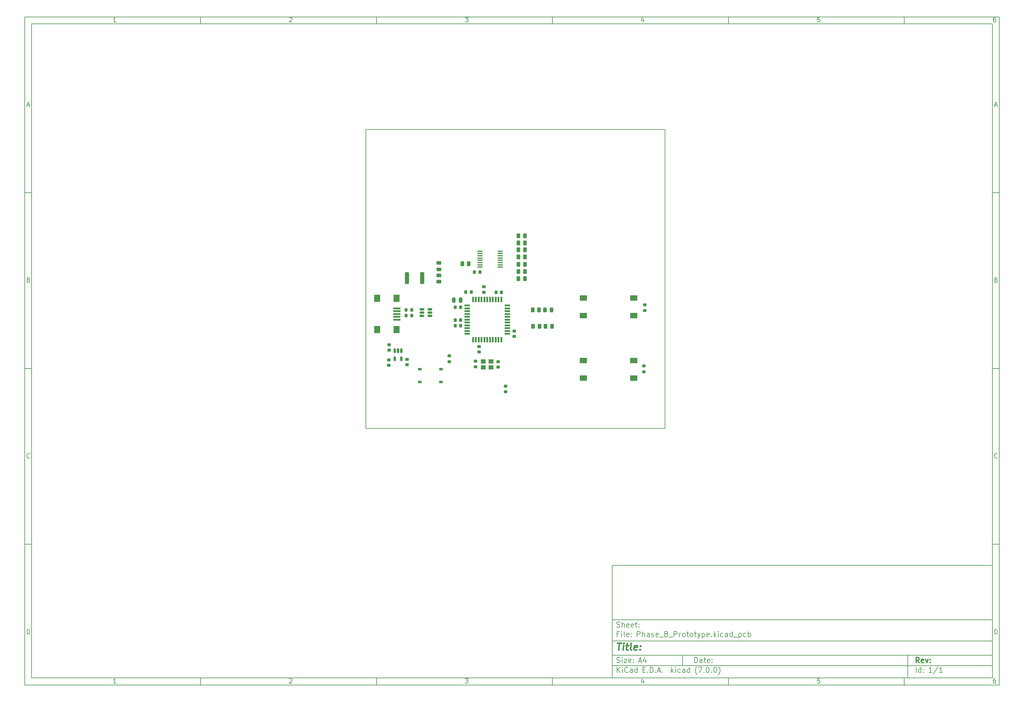
<source format=gbr>
%TF.GenerationSoftware,KiCad,Pcbnew,(7.0.0)*%
%TF.CreationDate,2023-04-24T03:13:21-06:00*%
%TF.ProjectId,Phase_B_Prototype,50686173-655f-4425-9f50-726f746f7479,rev?*%
%TF.SameCoordinates,Original*%
%TF.FileFunction,Paste,Top*%
%TF.FilePolarity,Positive*%
%FSLAX46Y46*%
G04 Gerber Fmt 4.6, Leading zero omitted, Abs format (unit mm)*
G04 Created by KiCad (PCBNEW (7.0.0)) date 2023-04-24 03:13:21*
%MOMM*%
%LPD*%
G01*
G04 APERTURE LIST*
G04 Aperture macros list*
%AMRoundRect*
0 Rectangle with rounded corners*
0 $1 Rounding radius*
0 $2 $3 $4 $5 $6 $7 $8 $9 X,Y pos of 4 corners*
0 Add a 4 corners polygon primitive as box body*
4,1,4,$2,$3,$4,$5,$6,$7,$8,$9,$2,$3,0*
0 Add four circle primitives for the rounded corners*
1,1,$1+$1,$2,$3*
1,1,$1+$1,$4,$5*
1,1,$1+$1,$6,$7*
1,1,$1+$1,$8,$9*
0 Add four rect primitives between the rounded corners*
20,1,$1+$1,$2,$3,$4,$5,0*
20,1,$1+$1,$4,$5,$6,$7,0*
20,1,$1+$1,$6,$7,$8,$9,0*
20,1,$1+$1,$8,$9,$2,$3,0*%
G04 Aperture macros list end*
%ADD10C,0.100000*%
%ADD11C,0.150000*%
%ADD12C,0.300000*%
%ADD13C,0.400000*%
%ADD14RoundRect,0.243750X-0.456250X0.243750X-0.456250X-0.243750X0.456250X-0.243750X0.456250X0.243750X0*%
%ADD15RoundRect,0.225000X-0.250000X0.225000X-0.250000X-0.225000X0.250000X-0.225000X0.250000X0.225000X0*%
%ADD16RoundRect,0.225000X0.225000X0.250000X-0.225000X0.250000X-0.225000X-0.250000X0.225000X-0.250000X0*%
%ADD17RoundRect,0.200000X-0.275000X0.200000X-0.275000X-0.200000X0.275000X-0.200000X0.275000X0.200000X0*%
%ADD18RoundRect,0.200000X-0.200000X-0.275000X0.200000X-0.275000X0.200000X0.275000X-0.200000X0.275000X0*%
%ADD19R,2.000000X0.500000*%
%ADD20R,1.700000X2.000000*%
%ADD21RoundRect,0.250000X-0.262500X-0.450000X0.262500X-0.450000X0.262500X0.450000X-0.262500X0.450000X0*%
%ADD22RoundRect,0.250000X0.250000X0.475000X-0.250000X0.475000X-0.250000X-0.475000X0.250000X-0.475000X0*%
%ADD23R,1.000000X0.700000*%
%ADD24RoundRect,0.150000X-0.150000X0.512500X-0.150000X-0.512500X0.150000X-0.512500X0.150000X0.512500X0*%
%ADD25R,2.000000X1.500000*%
%ADD26R,1.500000X0.550000*%
%ADD27R,0.550000X1.500000*%
%ADD28RoundRect,0.150000X-0.512500X-0.150000X0.512500X-0.150000X0.512500X0.150000X-0.512500X0.150000X0*%
%ADD29R,1.400000X1.200000*%
%ADD30RoundRect,0.225000X0.250000X-0.225000X0.250000X0.225000X-0.250000X0.225000X-0.250000X-0.225000X0*%
%ADD31RoundRect,0.243750X0.243750X0.456250X-0.243750X0.456250X-0.243750X-0.456250X0.243750X-0.456250X0*%
%ADD32RoundRect,0.250000X-0.312500X-1.450000X0.312500X-1.450000X0.312500X1.450000X-0.312500X1.450000X0*%
%ADD33RoundRect,0.250000X0.262500X0.450000X-0.262500X0.450000X-0.262500X-0.450000X0.262500X-0.450000X0*%
%ADD34RoundRect,0.100000X0.637500X0.100000X-0.637500X0.100000X-0.637500X-0.100000X0.637500X-0.100000X0*%
%ADD35RoundRect,0.250000X0.450000X-0.262500X0.450000X0.262500X-0.450000X0.262500X-0.450000X-0.262500X0*%
%TA.AperFunction,Profile*%
%ADD36C,0.150000*%
%TD*%
G04 APERTURE END LIST*
D10*
D11*
X177002200Y-166007200D02*
X285002200Y-166007200D01*
X285002200Y-198007200D01*
X177002200Y-198007200D01*
X177002200Y-166007200D01*
D10*
D11*
X10000000Y-10000000D02*
X287002200Y-10000000D01*
X287002200Y-200007200D01*
X10000000Y-200007200D01*
X10000000Y-10000000D01*
D10*
D11*
X12000000Y-12000000D02*
X285002200Y-12000000D01*
X285002200Y-198007200D01*
X12000000Y-198007200D01*
X12000000Y-12000000D01*
D10*
D11*
X60000000Y-12000000D02*
X60000000Y-10000000D01*
D10*
D11*
X110000000Y-12000000D02*
X110000000Y-10000000D01*
D10*
D11*
X160000000Y-12000000D02*
X160000000Y-10000000D01*
D10*
D11*
X210000000Y-12000000D02*
X210000000Y-10000000D01*
D10*
D11*
X260000000Y-12000000D02*
X260000000Y-10000000D01*
D10*
D11*
X35990476Y-11477595D02*
X35247619Y-11477595D01*
X35619047Y-11477595D02*
X35619047Y-10177595D01*
X35619047Y-10177595D02*
X35495238Y-10363309D01*
X35495238Y-10363309D02*
X35371428Y-10487119D01*
X35371428Y-10487119D02*
X35247619Y-10549023D01*
D10*
D11*
X85247619Y-10301404D02*
X85309523Y-10239500D01*
X85309523Y-10239500D02*
X85433333Y-10177595D01*
X85433333Y-10177595D02*
X85742857Y-10177595D01*
X85742857Y-10177595D02*
X85866666Y-10239500D01*
X85866666Y-10239500D02*
X85928571Y-10301404D01*
X85928571Y-10301404D02*
X85990476Y-10425214D01*
X85990476Y-10425214D02*
X85990476Y-10549023D01*
X85990476Y-10549023D02*
X85928571Y-10734738D01*
X85928571Y-10734738D02*
X85185714Y-11477595D01*
X85185714Y-11477595D02*
X85990476Y-11477595D01*
D10*
D11*
X135185714Y-10177595D02*
X135990476Y-10177595D01*
X135990476Y-10177595D02*
X135557142Y-10672833D01*
X135557142Y-10672833D02*
X135742857Y-10672833D01*
X135742857Y-10672833D02*
X135866666Y-10734738D01*
X135866666Y-10734738D02*
X135928571Y-10796642D01*
X135928571Y-10796642D02*
X135990476Y-10920452D01*
X135990476Y-10920452D02*
X135990476Y-11229976D01*
X135990476Y-11229976D02*
X135928571Y-11353785D01*
X135928571Y-11353785D02*
X135866666Y-11415690D01*
X135866666Y-11415690D02*
X135742857Y-11477595D01*
X135742857Y-11477595D02*
X135371428Y-11477595D01*
X135371428Y-11477595D02*
X135247619Y-11415690D01*
X135247619Y-11415690D02*
X135185714Y-11353785D01*
D10*
D11*
X185866666Y-10610928D02*
X185866666Y-11477595D01*
X185557142Y-10115690D02*
X185247619Y-11044261D01*
X185247619Y-11044261D02*
X186052380Y-11044261D01*
D10*
D11*
X235928571Y-10177595D02*
X235309523Y-10177595D01*
X235309523Y-10177595D02*
X235247619Y-10796642D01*
X235247619Y-10796642D02*
X235309523Y-10734738D01*
X235309523Y-10734738D02*
X235433333Y-10672833D01*
X235433333Y-10672833D02*
X235742857Y-10672833D01*
X235742857Y-10672833D02*
X235866666Y-10734738D01*
X235866666Y-10734738D02*
X235928571Y-10796642D01*
X235928571Y-10796642D02*
X235990476Y-10920452D01*
X235990476Y-10920452D02*
X235990476Y-11229976D01*
X235990476Y-11229976D02*
X235928571Y-11353785D01*
X235928571Y-11353785D02*
X235866666Y-11415690D01*
X235866666Y-11415690D02*
X235742857Y-11477595D01*
X235742857Y-11477595D02*
X235433333Y-11477595D01*
X235433333Y-11477595D02*
X235309523Y-11415690D01*
X235309523Y-11415690D02*
X235247619Y-11353785D01*
D10*
D11*
X285866666Y-10177595D02*
X285619047Y-10177595D01*
X285619047Y-10177595D02*
X285495238Y-10239500D01*
X285495238Y-10239500D02*
X285433333Y-10301404D01*
X285433333Y-10301404D02*
X285309523Y-10487119D01*
X285309523Y-10487119D02*
X285247619Y-10734738D01*
X285247619Y-10734738D02*
X285247619Y-11229976D01*
X285247619Y-11229976D02*
X285309523Y-11353785D01*
X285309523Y-11353785D02*
X285371428Y-11415690D01*
X285371428Y-11415690D02*
X285495238Y-11477595D01*
X285495238Y-11477595D02*
X285742857Y-11477595D01*
X285742857Y-11477595D02*
X285866666Y-11415690D01*
X285866666Y-11415690D02*
X285928571Y-11353785D01*
X285928571Y-11353785D02*
X285990476Y-11229976D01*
X285990476Y-11229976D02*
X285990476Y-10920452D01*
X285990476Y-10920452D02*
X285928571Y-10796642D01*
X285928571Y-10796642D02*
X285866666Y-10734738D01*
X285866666Y-10734738D02*
X285742857Y-10672833D01*
X285742857Y-10672833D02*
X285495238Y-10672833D01*
X285495238Y-10672833D02*
X285371428Y-10734738D01*
X285371428Y-10734738D02*
X285309523Y-10796642D01*
X285309523Y-10796642D02*
X285247619Y-10920452D01*
D10*
D11*
X60000000Y-198007200D02*
X60000000Y-200007200D01*
D10*
D11*
X110000000Y-198007200D02*
X110000000Y-200007200D01*
D10*
D11*
X160000000Y-198007200D02*
X160000000Y-200007200D01*
D10*
D11*
X210000000Y-198007200D02*
X210000000Y-200007200D01*
D10*
D11*
X260000000Y-198007200D02*
X260000000Y-200007200D01*
D10*
D11*
X35990476Y-199484795D02*
X35247619Y-199484795D01*
X35619047Y-199484795D02*
X35619047Y-198184795D01*
X35619047Y-198184795D02*
X35495238Y-198370509D01*
X35495238Y-198370509D02*
X35371428Y-198494319D01*
X35371428Y-198494319D02*
X35247619Y-198556223D01*
D10*
D11*
X85247619Y-198308604D02*
X85309523Y-198246700D01*
X85309523Y-198246700D02*
X85433333Y-198184795D01*
X85433333Y-198184795D02*
X85742857Y-198184795D01*
X85742857Y-198184795D02*
X85866666Y-198246700D01*
X85866666Y-198246700D02*
X85928571Y-198308604D01*
X85928571Y-198308604D02*
X85990476Y-198432414D01*
X85990476Y-198432414D02*
X85990476Y-198556223D01*
X85990476Y-198556223D02*
X85928571Y-198741938D01*
X85928571Y-198741938D02*
X85185714Y-199484795D01*
X85185714Y-199484795D02*
X85990476Y-199484795D01*
D10*
D11*
X135185714Y-198184795D02*
X135990476Y-198184795D01*
X135990476Y-198184795D02*
X135557142Y-198680033D01*
X135557142Y-198680033D02*
X135742857Y-198680033D01*
X135742857Y-198680033D02*
X135866666Y-198741938D01*
X135866666Y-198741938D02*
X135928571Y-198803842D01*
X135928571Y-198803842D02*
X135990476Y-198927652D01*
X135990476Y-198927652D02*
X135990476Y-199237176D01*
X135990476Y-199237176D02*
X135928571Y-199360985D01*
X135928571Y-199360985D02*
X135866666Y-199422890D01*
X135866666Y-199422890D02*
X135742857Y-199484795D01*
X135742857Y-199484795D02*
X135371428Y-199484795D01*
X135371428Y-199484795D02*
X135247619Y-199422890D01*
X135247619Y-199422890D02*
X135185714Y-199360985D01*
D10*
D11*
X185866666Y-198618128D02*
X185866666Y-199484795D01*
X185557142Y-198122890D02*
X185247619Y-199051461D01*
X185247619Y-199051461D02*
X186052380Y-199051461D01*
D10*
D11*
X235928571Y-198184795D02*
X235309523Y-198184795D01*
X235309523Y-198184795D02*
X235247619Y-198803842D01*
X235247619Y-198803842D02*
X235309523Y-198741938D01*
X235309523Y-198741938D02*
X235433333Y-198680033D01*
X235433333Y-198680033D02*
X235742857Y-198680033D01*
X235742857Y-198680033D02*
X235866666Y-198741938D01*
X235866666Y-198741938D02*
X235928571Y-198803842D01*
X235928571Y-198803842D02*
X235990476Y-198927652D01*
X235990476Y-198927652D02*
X235990476Y-199237176D01*
X235990476Y-199237176D02*
X235928571Y-199360985D01*
X235928571Y-199360985D02*
X235866666Y-199422890D01*
X235866666Y-199422890D02*
X235742857Y-199484795D01*
X235742857Y-199484795D02*
X235433333Y-199484795D01*
X235433333Y-199484795D02*
X235309523Y-199422890D01*
X235309523Y-199422890D02*
X235247619Y-199360985D01*
D10*
D11*
X285866666Y-198184795D02*
X285619047Y-198184795D01*
X285619047Y-198184795D02*
X285495238Y-198246700D01*
X285495238Y-198246700D02*
X285433333Y-198308604D01*
X285433333Y-198308604D02*
X285309523Y-198494319D01*
X285309523Y-198494319D02*
X285247619Y-198741938D01*
X285247619Y-198741938D02*
X285247619Y-199237176D01*
X285247619Y-199237176D02*
X285309523Y-199360985D01*
X285309523Y-199360985D02*
X285371428Y-199422890D01*
X285371428Y-199422890D02*
X285495238Y-199484795D01*
X285495238Y-199484795D02*
X285742857Y-199484795D01*
X285742857Y-199484795D02*
X285866666Y-199422890D01*
X285866666Y-199422890D02*
X285928571Y-199360985D01*
X285928571Y-199360985D02*
X285990476Y-199237176D01*
X285990476Y-199237176D02*
X285990476Y-198927652D01*
X285990476Y-198927652D02*
X285928571Y-198803842D01*
X285928571Y-198803842D02*
X285866666Y-198741938D01*
X285866666Y-198741938D02*
X285742857Y-198680033D01*
X285742857Y-198680033D02*
X285495238Y-198680033D01*
X285495238Y-198680033D02*
X285371428Y-198741938D01*
X285371428Y-198741938D02*
X285309523Y-198803842D01*
X285309523Y-198803842D02*
X285247619Y-198927652D01*
D10*
D11*
X10000000Y-60000000D02*
X12000000Y-60000000D01*
D10*
D11*
X10000000Y-110000000D02*
X12000000Y-110000000D01*
D10*
D11*
X10000000Y-160000000D02*
X12000000Y-160000000D01*
D10*
D11*
X10690476Y-35106166D02*
X11309523Y-35106166D01*
X10566666Y-35477595D02*
X10999999Y-34177595D01*
X10999999Y-34177595D02*
X11433333Y-35477595D01*
D10*
D11*
X11092857Y-84796642D02*
X11278571Y-84858547D01*
X11278571Y-84858547D02*
X11340476Y-84920452D01*
X11340476Y-84920452D02*
X11402380Y-85044261D01*
X11402380Y-85044261D02*
X11402380Y-85229976D01*
X11402380Y-85229976D02*
X11340476Y-85353785D01*
X11340476Y-85353785D02*
X11278571Y-85415690D01*
X11278571Y-85415690D02*
X11154761Y-85477595D01*
X11154761Y-85477595D02*
X10659523Y-85477595D01*
X10659523Y-85477595D02*
X10659523Y-84177595D01*
X10659523Y-84177595D02*
X11092857Y-84177595D01*
X11092857Y-84177595D02*
X11216666Y-84239500D01*
X11216666Y-84239500D02*
X11278571Y-84301404D01*
X11278571Y-84301404D02*
X11340476Y-84425214D01*
X11340476Y-84425214D02*
X11340476Y-84549023D01*
X11340476Y-84549023D02*
X11278571Y-84672833D01*
X11278571Y-84672833D02*
X11216666Y-84734738D01*
X11216666Y-84734738D02*
X11092857Y-84796642D01*
X11092857Y-84796642D02*
X10659523Y-84796642D01*
D10*
D11*
X11402380Y-135353785D02*
X11340476Y-135415690D01*
X11340476Y-135415690D02*
X11154761Y-135477595D01*
X11154761Y-135477595D02*
X11030952Y-135477595D01*
X11030952Y-135477595D02*
X10845238Y-135415690D01*
X10845238Y-135415690D02*
X10721428Y-135291880D01*
X10721428Y-135291880D02*
X10659523Y-135168071D01*
X10659523Y-135168071D02*
X10597619Y-134920452D01*
X10597619Y-134920452D02*
X10597619Y-134734738D01*
X10597619Y-134734738D02*
X10659523Y-134487119D01*
X10659523Y-134487119D02*
X10721428Y-134363309D01*
X10721428Y-134363309D02*
X10845238Y-134239500D01*
X10845238Y-134239500D02*
X11030952Y-134177595D01*
X11030952Y-134177595D02*
X11154761Y-134177595D01*
X11154761Y-134177595D02*
X11340476Y-134239500D01*
X11340476Y-134239500D02*
X11402380Y-134301404D01*
D10*
D11*
X10659523Y-185477595D02*
X10659523Y-184177595D01*
X10659523Y-184177595D02*
X10969047Y-184177595D01*
X10969047Y-184177595D02*
X11154761Y-184239500D01*
X11154761Y-184239500D02*
X11278571Y-184363309D01*
X11278571Y-184363309D02*
X11340476Y-184487119D01*
X11340476Y-184487119D02*
X11402380Y-184734738D01*
X11402380Y-184734738D02*
X11402380Y-184920452D01*
X11402380Y-184920452D02*
X11340476Y-185168071D01*
X11340476Y-185168071D02*
X11278571Y-185291880D01*
X11278571Y-185291880D02*
X11154761Y-185415690D01*
X11154761Y-185415690D02*
X10969047Y-185477595D01*
X10969047Y-185477595D02*
X10659523Y-185477595D01*
D10*
D11*
X287002200Y-60000000D02*
X285002200Y-60000000D01*
D10*
D11*
X287002200Y-110000000D02*
X285002200Y-110000000D01*
D10*
D11*
X287002200Y-160000000D02*
X285002200Y-160000000D01*
D10*
D11*
X285692676Y-35106166D02*
X286311723Y-35106166D01*
X285568866Y-35477595D02*
X286002199Y-34177595D01*
X286002199Y-34177595D02*
X286435533Y-35477595D01*
D10*
D11*
X286095057Y-84796642D02*
X286280771Y-84858547D01*
X286280771Y-84858547D02*
X286342676Y-84920452D01*
X286342676Y-84920452D02*
X286404580Y-85044261D01*
X286404580Y-85044261D02*
X286404580Y-85229976D01*
X286404580Y-85229976D02*
X286342676Y-85353785D01*
X286342676Y-85353785D02*
X286280771Y-85415690D01*
X286280771Y-85415690D02*
X286156961Y-85477595D01*
X286156961Y-85477595D02*
X285661723Y-85477595D01*
X285661723Y-85477595D02*
X285661723Y-84177595D01*
X285661723Y-84177595D02*
X286095057Y-84177595D01*
X286095057Y-84177595D02*
X286218866Y-84239500D01*
X286218866Y-84239500D02*
X286280771Y-84301404D01*
X286280771Y-84301404D02*
X286342676Y-84425214D01*
X286342676Y-84425214D02*
X286342676Y-84549023D01*
X286342676Y-84549023D02*
X286280771Y-84672833D01*
X286280771Y-84672833D02*
X286218866Y-84734738D01*
X286218866Y-84734738D02*
X286095057Y-84796642D01*
X286095057Y-84796642D02*
X285661723Y-84796642D01*
D10*
D11*
X286404580Y-135353785D02*
X286342676Y-135415690D01*
X286342676Y-135415690D02*
X286156961Y-135477595D01*
X286156961Y-135477595D02*
X286033152Y-135477595D01*
X286033152Y-135477595D02*
X285847438Y-135415690D01*
X285847438Y-135415690D02*
X285723628Y-135291880D01*
X285723628Y-135291880D02*
X285661723Y-135168071D01*
X285661723Y-135168071D02*
X285599819Y-134920452D01*
X285599819Y-134920452D02*
X285599819Y-134734738D01*
X285599819Y-134734738D02*
X285661723Y-134487119D01*
X285661723Y-134487119D02*
X285723628Y-134363309D01*
X285723628Y-134363309D02*
X285847438Y-134239500D01*
X285847438Y-134239500D02*
X286033152Y-134177595D01*
X286033152Y-134177595D02*
X286156961Y-134177595D01*
X286156961Y-134177595D02*
X286342676Y-134239500D01*
X286342676Y-134239500D02*
X286404580Y-134301404D01*
D10*
D11*
X285661723Y-185477595D02*
X285661723Y-184177595D01*
X285661723Y-184177595D02*
X285971247Y-184177595D01*
X285971247Y-184177595D02*
X286156961Y-184239500D01*
X286156961Y-184239500D02*
X286280771Y-184363309D01*
X286280771Y-184363309D02*
X286342676Y-184487119D01*
X286342676Y-184487119D02*
X286404580Y-184734738D01*
X286404580Y-184734738D02*
X286404580Y-184920452D01*
X286404580Y-184920452D02*
X286342676Y-185168071D01*
X286342676Y-185168071D02*
X286280771Y-185291880D01*
X286280771Y-185291880D02*
X286156961Y-185415690D01*
X286156961Y-185415690D02*
X285971247Y-185477595D01*
X285971247Y-185477595D02*
X285661723Y-185477595D01*
D10*
D11*
X200359342Y-193658271D02*
X200359342Y-192158271D01*
X200359342Y-192158271D02*
X200716485Y-192158271D01*
X200716485Y-192158271D02*
X200930771Y-192229700D01*
X200930771Y-192229700D02*
X201073628Y-192372557D01*
X201073628Y-192372557D02*
X201145057Y-192515414D01*
X201145057Y-192515414D02*
X201216485Y-192801128D01*
X201216485Y-192801128D02*
X201216485Y-193015414D01*
X201216485Y-193015414D02*
X201145057Y-193301128D01*
X201145057Y-193301128D02*
X201073628Y-193443985D01*
X201073628Y-193443985D02*
X200930771Y-193586842D01*
X200930771Y-193586842D02*
X200716485Y-193658271D01*
X200716485Y-193658271D02*
X200359342Y-193658271D01*
X202502200Y-193658271D02*
X202502200Y-192872557D01*
X202502200Y-192872557D02*
X202430771Y-192729700D01*
X202430771Y-192729700D02*
X202287914Y-192658271D01*
X202287914Y-192658271D02*
X202002200Y-192658271D01*
X202002200Y-192658271D02*
X201859342Y-192729700D01*
X202502200Y-193586842D02*
X202359342Y-193658271D01*
X202359342Y-193658271D02*
X202002200Y-193658271D01*
X202002200Y-193658271D02*
X201859342Y-193586842D01*
X201859342Y-193586842D02*
X201787914Y-193443985D01*
X201787914Y-193443985D02*
X201787914Y-193301128D01*
X201787914Y-193301128D02*
X201859342Y-193158271D01*
X201859342Y-193158271D02*
X202002200Y-193086842D01*
X202002200Y-193086842D02*
X202359342Y-193086842D01*
X202359342Y-193086842D02*
X202502200Y-193015414D01*
X203002200Y-192658271D02*
X203573628Y-192658271D01*
X203216485Y-192158271D02*
X203216485Y-193443985D01*
X203216485Y-193443985D02*
X203287914Y-193586842D01*
X203287914Y-193586842D02*
X203430771Y-193658271D01*
X203430771Y-193658271D02*
X203573628Y-193658271D01*
X204645057Y-193586842D02*
X204502200Y-193658271D01*
X204502200Y-193658271D02*
X204216486Y-193658271D01*
X204216486Y-193658271D02*
X204073628Y-193586842D01*
X204073628Y-193586842D02*
X204002200Y-193443985D01*
X204002200Y-193443985D02*
X204002200Y-192872557D01*
X204002200Y-192872557D02*
X204073628Y-192729700D01*
X204073628Y-192729700D02*
X204216486Y-192658271D01*
X204216486Y-192658271D02*
X204502200Y-192658271D01*
X204502200Y-192658271D02*
X204645057Y-192729700D01*
X204645057Y-192729700D02*
X204716486Y-192872557D01*
X204716486Y-192872557D02*
X204716486Y-193015414D01*
X204716486Y-193015414D02*
X204002200Y-193158271D01*
X205359342Y-193515414D02*
X205430771Y-193586842D01*
X205430771Y-193586842D02*
X205359342Y-193658271D01*
X205359342Y-193658271D02*
X205287914Y-193586842D01*
X205287914Y-193586842D02*
X205359342Y-193515414D01*
X205359342Y-193515414D02*
X205359342Y-193658271D01*
X205359342Y-192729700D02*
X205430771Y-192801128D01*
X205430771Y-192801128D02*
X205359342Y-192872557D01*
X205359342Y-192872557D02*
X205287914Y-192801128D01*
X205287914Y-192801128D02*
X205359342Y-192729700D01*
X205359342Y-192729700D02*
X205359342Y-192872557D01*
D10*
D11*
X177002200Y-194507200D02*
X285002200Y-194507200D01*
D10*
D11*
X178359342Y-196458271D02*
X178359342Y-194958271D01*
X179216485Y-196458271D02*
X178573628Y-195601128D01*
X179216485Y-194958271D02*
X178359342Y-195815414D01*
X179859342Y-196458271D02*
X179859342Y-195458271D01*
X179859342Y-194958271D02*
X179787914Y-195029700D01*
X179787914Y-195029700D02*
X179859342Y-195101128D01*
X179859342Y-195101128D02*
X179930771Y-195029700D01*
X179930771Y-195029700D02*
X179859342Y-194958271D01*
X179859342Y-194958271D02*
X179859342Y-195101128D01*
X181430771Y-196315414D02*
X181359343Y-196386842D01*
X181359343Y-196386842D02*
X181145057Y-196458271D01*
X181145057Y-196458271D02*
X181002200Y-196458271D01*
X181002200Y-196458271D02*
X180787914Y-196386842D01*
X180787914Y-196386842D02*
X180645057Y-196243985D01*
X180645057Y-196243985D02*
X180573628Y-196101128D01*
X180573628Y-196101128D02*
X180502200Y-195815414D01*
X180502200Y-195815414D02*
X180502200Y-195601128D01*
X180502200Y-195601128D02*
X180573628Y-195315414D01*
X180573628Y-195315414D02*
X180645057Y-195172557D01*
X180645057Y-195172557D02*
X180787914Y-195029700D01*
X180787914Y-195029700D02*
X181002200Y-194958271D01*
X181002200Y-194958271D02*
X181145057Y-194958271D01*
X181145057Y-194958271D02*
X181359343Y-195029700D01*
X181359343Y-195029700D02*
X181430771Y-195101128D01*
X182716486Y-196458271D02*
X182716486Y-195672557D01*
X182716486Y-195672557D02*
X182645057Y-195529700D01*
X182645057Y-195529700D02*
X182502200Y-195458271D01*
X182502200Y-195458271D02*
X182216486Y-195458271D01*
X182216486Y-195458271D02*
X182073628Y-195529700D01*
X182716486Y-196386842D02*
X182573628Y-196458271D01*
X182573628Y-196458271D02*
X182216486Y-196458271D01*
X182216486Y-196458271D02*
X182073628Y-196386842D01*
X182073628Y-196386842D02*
X182002200Y-196243985D01*
X182002200Y-196243985D02*
X182002200Y-196101128D01*
X182002200Y-196101128D02*
X182073628Y-195958271D01*
X182073628Y-195958271D02*
X182216486Y-195886842D01*
X182216486Y-195886842D02*
X182573628Y-195886842D01*
X182573628Y-195886842D02*
X182716486Y-195815414D01*
X184073629Y-196458271D02*
X184073629Y-194958271D01*
X184073629Y-196386842D02*
X183930771Y-196458271D01*
X183930771Y-196458271D02*
X183645057Y-196458271D01*
X183645057Y-196458271D02*
X183502200Y-196386842D01*
X183502200Y-196386842D02*
X183430771Y-196315414D01*
X183430771Y-196315414D02*
X183359343Y-196172557D01*
X183359343Y-196172557D02*
X183359343Y-195743985D01*
X183359343Y-195743985D02*
X183430771Y-195601128D01*
X183430771Y-195601128D02*
X183502200Y-195529700D01*
X183502200Y-195529700D02*
X183645057Y-195458271D01*
X183645057Y-195458271D02*
X183930771Y-195458271D01*
X183930771Y-195458271D02*
X184073629Y-195529700D01*
X185687914Y-195672557D02*
X186187914Y-195672557D01*
X186402200Y-196458271D02*
X185687914Y-196458271D01*
X185687914Y-196458271D02*
X185687914Y-194958271D01*
X185687914Y-194958271D02*
X186402200Y-194958271D01*
X187045057Y-196315414D02*
X187116486Y-196386842D01*
X187116486Y-196386842D02*
X187045057Y-196458271D01*
X187045057Y-196458271D02*
X186973629Y-196386842D01*
X186973629Y-196386842D02*
X187045057Y-196315414D01*
X187045057Y-196315414D02*
X187045057Y-196458271D01*
X187759343Y-196458271D02*
X187759343Y-194958271D01*
X187759343Y-194958271D02*
X188116486Y-194958271D01*
X188116486Y-194958271D02*
X188330772Y-195029700D01*
X188330772Y-195029700D02*
X188473629Y-195172557D01*
X188473629Y-195172557D02*
X188545058Y-195315414D01*
X188545058Y-195315414D02*
X188616486Y-195601128D01*
X188616486Y-195601128D02*
X188616486Y-195815414D01*
X188616486Y-195815414D02*
X188545058Y-196101128D01*
X188545058Y-196101128D02*
X188473629Y-196243985D01*
X188473629Y-196243985D02*
X188330772Y-196386842D01*
X188330772Y-196386842D02*
X188116486Y-196458271D01*
X188116486Y-196458271D02*
X187759343Y-196458271D01*
X189259343Y-196315414D02*
X189330772Y-196386842D01*
X189330772Y-196386842D02*
X189259343Y-196458271D01*
X189259343Y-196458271D02*
X189187915Y-196386842D01*
X189187915Y-196386842D02*
X189259343Y-196315414D01*
X189259343Y-196315414D02*
X189259343Y-196458271D01*
X189902201Y-196029700D02*
X190616487Y-196029700D01*
X189759344Y-196458271D02*
X190259344Y-194958271D01*
X190259344Y-194958271D02*
X190759344Y-196458271D01*
X191259343Y-196315414D02*
X191330772Y-196386842D01*
X191330772Y-196386842D02*
X191259343Y-196458271D01*
X191259343Y-196458271D02*
X191187915Y-196386842D01*
X191187915Y-196386842D02*
X191259343Y-196315414D01*
X191259343Y-196315414D02*
X191259343Y-196458271D01*
X193773629Y-196458271D02*
X193773629Y-194958271D01*
X193916487Y-195886842D02*
X194345058Y-196458271D01*
X194345058Y-195458271D02*
X193773629Y-196029700D01*
X194987915Y-196458271D02*
X194987915Y-195458271D01*
X194987915Y-194958271D02*
X194916487Y-195029700D01*
X194916487Y-195029700D02*
X194987915Y-195101128D01*
X194987915Y-195101128D02*
X195059344Y-195029700D01*
X195059344Y-195029700D02*
X194987915Y-194958271D01*
X194987915Y-194958271D02*
X194987915Y-195101128D01*
X196345059Y-196386842D02*
X196202201Y-196458271D01*
X196202201Y-196458271D02*
X195916487Y-196458271D01*
X195916487Y-196458271D02*
X195773630Y-196386842D01*
X195773630Y-196386842D02*
X195702201Y-196315414D01*
X195702201Y-196315414D02*
X195630773Y-196172557D01*
X195630773Y-196172557D02*
X195630773Y-195743985D01*
X195630773Y-195743985D02*
X195702201Y-195601128D01*
X195702201Y-195601128D02*
X195773630Y-195529700D01*
X195773630Y-195529700D02*
X195916487Y-195458271D01*
X195916487Y-195458271D02*
X196202201Y-195458271D01*
X196202201Y-195458271D02*
X196345059Y-195529700D01*
X197630773Y-196458271D02*
X197630773Y-195672557D01*
X197630773Y-195672557D02*
X197559344Y-195529700D01*
X197559344Y-195529700D02*
X197416487Y-195458271D01*
X197416487Y-195458271D02*
X197130773Y-195458271D01*
X197130773Y-195458271D02*
X196987915Y-195529700D01*
X197630773Y-196386842D02*
X197487915Y-196458271D01*
X197487915Y-196458271D02*
X197130773Y-196458271D01*
X197130773Y-196458271D02*
X196987915Y-196386842D01*
X196987915Y-196386842D02*
X196916487Y-196243985D01*
X196916487Y-196243985D02*
X196916487Y-196101128D01*
X196916487Y-196101128D02*
X196987915Y-195958271D01*
X196987915Y-195958271D02*
X197130773Y-195886842D01*
X197130773Y-195886842D02*
X197487915Y-195886842D01*
X197487915Y-195886842D02*
X197630773Y-195815414D01*
X198987916Y-196458271D02*
X198987916Y-194958271D01*
X198987916Y-196386842D02*
X198845058Y-196458271D01*
X198845058Y-196458271D02*
X198559344Y-196458271D01*
X198559344Y-196458271D02*
X198416487Y-196386842D01*
X198416487Y-196386842D02*
X198345058Y-196315414D01*
X198345058Y-196315414D02*
X198273630Y-196172557D01*
X198273630Y-196172557D02*
X198273630Y-195743985D01*
X198273630Y-195743985D02*
X198345058Y-195601128D01*
X198345058Y-195601128D02*
X198416487Y-195529700D01*
X198416487Y-195529700D02*
X198559344Y-195458271D01*
X198559344Y-195458271D02*
X198845058Y-195458271D01*
X198845058Y-195458271D02*
X198987916Y-195529700D01*
X201030773Y-197029700D02*
X200959344Y-196958271D01*
X200959344Y-196958271D02*
X200816487Y-196743985D01*
X200816487Y-196743985D02*
X200745059Y-196601128D01*
X200745059Y-196601128D02*
X200673630Y-196386842D01*
X200673630Y-196386842D02*
X200602201Y-196029700D01*
X200602201Y-196029700D02*
X200602201Y-195743985D01*
X200602201Y-195743985D02*
X200673630Y-195386842D01*
X200673630Y-195386842D02*
X200745059Y-195172557D01*
X200745059Y-195172557D02*
X200816487Y-195029700D01*
X200816487Y-195029700D02*
X200959344Y-194815414D01*
X200959344Y-194815414D02*
X201030773Y-194743985D01*
X201459344Y-194958271D02*
X202459344Y-194958271D01*
X202459344Y-194958271D02*
X201816487Y-196458271D01*
X203030772Y-196315414D02*
X203102201Y-196386842D01*
X203102201Y-196386842D02*
X203030772Y-196458271D01*
X203030772Y-196458271D02*
X202959344Y-196386842D01*
X202959344Y-196386842D02*
X203030772Y-196315414D01*
X203030772Y-196315414D02*
X203030772Y-196458271D01*
X204030773Y-194958271D02*
X204173630Y-194958271D01*
X204173630Y-194958271D02*
X204316487Y-195029700D01*
X204316487Y-195029700D02*
X204387916Y-195101128D01*
X204387916Y-195101128D02*
X204459344Y-195243985D01*
X204459344Y-195243985D02*
X204530773Y-195529700D01*
X204530773Y-195529700D02*
X204530773Y-195886842D01*
X204530773Y-195886842D02*
X204459344Y-196172557D01*
X204459344Y-196172557D02*
X204387916Y-196315414D01*
X204387916Y-196315414D02*
X204316487Y-196386842D01*
X204316487Y-196386842D02*
X204173630Y-196458271D01*
X204173630Y-196458271D02*
X204030773Y-196458271D01*
X204030773Y-196458271D02*
X203887916Y-196386842D01*
X203887916Y-196386842D02*
X203816487Y-196315414D01*
X203816487Y-196315414D02*
X203745058Y-196172557D01*
X203745058Y-196172557D02*
X203673630Y-195886842D01*
X203673630Y-195886842D02*
X203673630Y-195529700D01*
X203673630Y-195529700D02*
X203745058Y-195243985D01*
X203745058Y-195243985D02*
X203816487Y-195101128D01*
X203816487Y-195101128D02*
X203887916Y-195029700D01*
X203887916Y-195029700D02*
X204030773Y-194958271D01*
X205173629Y-196315414D02*
X205245058Y-196386842D01*
X205245058Y-196386842D02*
X205173629Y-196458271D01*
X205173629Y-196458271D02*
X205102201Y-196386842D01*
X205102201Y-196386842D02*
X205173629Y-196315414D01*
X205173629Y-196315414D02*
X205173629Y-196458271D01*
X206173630Y-194958271D02*
X206316487Y-194958271D01*
X206316487Y-194958271D02*
X206459344Y-195029700D01*
X206459344Y-195029700D02*
X206530773Y-195101128D01*
X206530773Y-195101128D02*
X206602201Y-195243985D01*
X206602201Y-195243985D02*
X206673630Y-195529700D01*
X206673630Y-195529700D02*
X206673630Y-195886842D01*
X206673630Y-195886842D02*
X206602201Y-196172557D01*
X206602201Y-196172557D02*
X206530773Y-196315414D01*
X206530773Y-196315414D02*
X206459344Y-196386842D01*
X206459344Y-196386842D02*
X206316487Y-196458271D01*
X206316487Y-196458271D02*
X206173630Y-196458271D01*
X206173630Y-196458271D02*
X206030773Y-196386842D01*
X206030773Y-196386842D02*
X205959344Y-196315414D01*
X205959344Y-196315414D02*
X205887915Y-196172557D01*
X205887915Y-196172557D02*
X205816487Y-195886842D01*
X205816487Y-195886842D02*
X205816487Y-195529700D01*
X205816487Y-195529700D02*
X205887915Y-195243985D01*
X205887915Y-195243985D02*
X205959344Y-195101128D01*
X205959344Y-195101128D02*
X206030773Y-195029700D01*
X206030773Y-195029700D02*
X206173630Y-194958271D01*
X207173629Y-197029700D02*
X207245058Y-196958271D01*
X207245058Y-196958271D02*
X207387915Y-196743985D01*
X207387915Y-196743985D02*
X207459344Y-196601128D01*
X207459344Y-196601128D02*
X207530772Y-196386842D01*
X207530772Y-196386842D02*
X207602201Y-196029700D01*
X207602201Y-196029700D02*
X207602201Y-195743985D01*
X207602201Y-195743985D02*
X207530772Y-195386842D01*
X207530772Y-195386842D02*
X207459344Y-195172557D01*
X207459344Y-195172557D02*
X207387915Y-195029700D01*
X207387915Y-195029700D02*
X207245058Y-194815414D01*
X207245058Y-194815414D02*
X207173629Y-194743985D01*
D10*
D11*
X177002200Y-191507200D02*
X285002200Y-191507200D01*
D10*
D12*
X264216485Y-193658271D02*
X263716485Y-192943985D01*
X263359342Y-193658271D02*
X263359342Y-192158271D01*
X263359342Y-192158271D02*
X263930771Y-192158271D01*
X263930771Y-192158271D02*
X264073628Y-192229700D01*
X264073628Y-192229700D02*
X264145057Y-192301128D01*
X264145057Y-192301128D02*
X264216485Y-192443985D01*
X264216485Y-192443985D02*
X264216485Y-192658271D01*
X264216485Y-192658271D02*
X264145057Y-192801128D01*
X264145057Y-192801128D02*
X264073628Y-192872557D01*
X264073628Y-192872557D02*
X263930771Y-192943985D01*
X263930771Y-192943985D02*
X263359342Y-192943985D01*
X265430771Y-193586842D02*
X265287914Y-193658271D01*
X265287914Y-193658271D02*
X265002200Y-193658271D01*
X265002200Y-193658271D02*
X264859342Y-193586842D01*
X264859342Y-193586842D02*
X264787914Y-193443985D01*
X264787914Y-193443985D02*
X264787914Y-192872557D01*
X264787914Y-192872557D02*
X264859342Y-192729700D01*
X264859342Y-192729700D02*
X265002200Y-192658271D01*
X265002200Y-192658271D02*
X265287914Y-192658271D01*
X265287914Y-192658271D02*
X265430771Y-192729700D01*
X265430771Y-192729700D02*
X265502200Y-192872557D01*
X265502200Y-192872557D02*
X265502200Y-193015414D01*
X265502200Y-193015414D02*
X264787914Y-193158271D01*
X266002199Y-192658271D02*
X266359342Y-193658271D01*
X266359342Y-193658271D02*
X266716485Y-192658271D01*
X267287913Y-193515414D02*
X267359342Y-193586842D01*
X267359342Y-193586842D02*
X267287913Y-193658271D01*
X267287913Y-193658271D02*
X267216485Y-193586842D01*
X267216485Y-193586842D02*
X267287913Y-193515414D01*
X267287913Y-193515414D02*
X267287913Y-193658271D01*
X267287913Y-192729700D02*
X267359342Y-192801128D01*
X267359342Y-192801128D02*
X267287913Y-192872557D01*
X267287913Y-192872557D02*
X267216485Y-192801128D01*
X267216485Y-192801128D02*
X267287913Y-192729700D01*
X267287913Y-192729700D02*
X267287913Y-192872557D01*
D10*
D11*
X178287914Y-193586842D02*
X178502200Y-193658271D01*
X178502200Y-193658271D02*
X178859342Y-193658271D01*
X178859342Y-193658271D02*
X179002200Y-193586842D01*
X179002200Y-193586842D02*
X179073628Y-193515414D01*
X179073628Y-193515414D02*
X179145057Y-193372557D01*
X179145057Y-193372557D02*
X179145057Y-193229700D01*
X179145057Y-193229700D02*
X179073628Y-193086842D01*
X179073628Y-193086842D02*
X179002200Y-193015414D01*
X179002200Y-193015414D02*
X178859342Y-192943985D01*
X178859342Y-192943985D02*
X178573628Y-192872557D01*
X178573628Y-192872557D02*
X178430771Y-192801128D01*
X178430771Y-192801128D02*
X178359342Y-192729700D01*
X178359342Y-192729700D02*
X178287914Y-192586842D01*
X178287914Y-192586842D02*
X178287914Y-192443985D01*
X178287914Y-192443985D02*
X178359342Y-192301128D01*
X178359342Y-192301128D02*
X178430771Y-192229700D01*
X178430771Y-192229700D02*
X178573628Y-192158271D01*
X178573628Y-192158271D02*
X178930771Y-192158271D01*
X178930771Y-192158271D02*
X179145057Y-192229700D01*
X179787913Y-193658271D02*
X179787913Y-192658271D01*
X179787913Y-192158271D02*
X179716485Y-192229700D01*
X179716485Y-192229700D02*
X179787913Y-192301128D01*
X179787913Y-192301128D02*
X179859342Y-192229700D01*
X179859342Y-192229700D02*
X179787913Y-192158271D01*
X179787913Y-192158271D02*
X179787913Y-192301128D01*
X180359342Y-192658271D02*
X181145057Y-192658271D01*
X181145057Y-192658271D02*
X180359342Y-193658271D01*
X180359342Y-193658271D02*
X181145057Y-193658271D01*
X182287914Y-193586842D02*
X182145057Y-193658271D01*
X182145057Y-193658271D02*
X181859343Y-193658271D01*
X181859343Y-193658271D02*
X181716485Y-193586842D01*
X181716485Y-193586842D02*
X181645057Y-193443985D01*
X181645057Y-193443985D02*
X181645057Y-192872557D01*
X181645057Y-192872557D02*
X181716485Y-192729700D01*
X181716485Y-192729700D02*
X181859343Y-192658271D01*
X181859343Y-192658271D02*
X182145057Y-192658271D01*
X182145057Y-192658271D02*
X182287914Y-192729700D01*
X182287914Y-192729700D02*
X182359343Y-192872557D01*
X182359343Y-192872557D02*
X182359343Y-193015414D01*
X182359343Y-193015414D02*
X181645057Y-193158271D01*
X183002199Y-193515414D02*
X183073628Y-193586842D01*
X183073628Y-193586842D02*
X183002199Y-193658271D01*
X183002199Y-193658271D02*
X182930771Y-193586842D01*
X182930771Y-193586842D02*
X183002199Y-193515414D01*
X183002199Y-193515414D02*
X183002199Y-193658271D01*
X183002199Y-192729700D02*
X183073628Y-192801128D01*
X183073628Y-192801128D02*
X183002199Y-192872557D01*
X183002199Y-192872557D02*
X182930771Y-192801128D01*
X182930771Y-192801128D02*
X183002199Y-192729700D01*
X183002199Y-192729700D02*
X183002199Y-192872557D01*
X184545057Y-193229700D02*
X185259343Y-193229700D01*
X184402200Y-193658271D02*
X184902200Y-192158271D01*
X184902200Y-192158271D02*
X185402200Y-193658271D01*
X186545057Y-192658271D02*
X186545057Y-193658271D01*
X186187914Y-192086842D02*
X185830771Y-193158271D01*
X185830771Y-193158271D02*
X186759342Y-193158271D01*
D10*
D11*
X263359342Y-196458271D02*
X263359342Y-194958271D01*
X264716486Y-196458271D02*
X264716486Y-194958271D01*
X264716486Y-196386842D02*
X264573628Y-196458271D01*
X264573628Y-196458271D02*
X264287914Y-196458271D01*
X264287914Y-196458271D02*
X264145057Y-196386842D01*
X264145057Y-196386842D02*
X264073628Y-196315414D01*
X264073628Y-196315414D02*
X264002200Y-196172557D01*
X264002200Y-196172557D02*
X264002200Y-195743985D01*
X264002200Y-195743985D02*
X264073628Y-195601128D01*
X264073628Y-195601128D02*
X264145057Y-195529700D01*
X264145057Y-195529700D02*
X264287914Y-195458271D01*
X264287914Y-195458271D02*
X264573628Y-195458271D01*
X264573628Y-195458271D02*
X264716486Y-195529700D01*
X265430771Y-196315414D02*
X265502200Y-196386842D01*
X265502200Y-196386842D02*
X265430771Y-196458271D01*
X265430771Y-196458271D02*
X265359343Y-196386842D01*
X265359343Y-196386842D02*
X265430771Y-196315414D01*
X265430771Y-196315414D02*
X265430771Y-196458271D01*
X265430771Y-195529700D02*
X265502200Y-195601128D01*
X265502200Y-195601128D02*
X265430771Y-195672557D01*
X265430771Y-195672557D02*
X265359343Y-195601128D01*
X265359343Y-195601128D02*
X265430771Y-195529700D01*
X265430771Y-195529700D02*
X265430771Y-195672557D01*
X267830772Y-196458271D02*
X266973629Y-196458271D01*
X267402200Y-196458271D02*
X267402200Y-194958271D01*
X267402200Y-194958271D02*
X267259343Y-195172557D01*
X267259343Y-195172557D02*
X267116486Y-195315414D01*
X267116486Y-195315414D02*
X266973629Y-195386842D01*
X269545057Y-194886842D02*
X268259343Y-196815414D01*
X270830772Y-196458271D02*
X269973629Y-196458271D01*
X270402200Y-196458271D02*
X270402200Y-194958271D01*
X270402200Y-194958271D02*
X270259343Y-195172557D01*
X270259343Y-195172557D02*
X270116486Y-195315414D01*
X270116486Y-195315414D02*
X269973629Y-195386842D01*
D10*
D11*
X177002200Y-187507200D02*
X285002200Y-187507200D01*
D10*
D13*
X178454580Y-188041961D02*
X179597438Y-188041961D01*
X178776009Y-190041961D02*
X179026009Y-188041961D01*
X180014105Y-190041961D02*
X180180771Y-188708628D01*
X180264105Y-188041961D02*
X180156962Y-188137200D01*
X180156962Y-188137200D02*
X180240295Y-188232438D01*
X180240295Y-188232438D02*
X180347438Y-188137200D01*
X180347438Y-188137200D02*
X180264105Y-188041961D01*
X180264105Y-188041961D02*
X180240295Y-188232438D01*
X180847438Y-188708628D02*
X181609343Y-188708628D01*
X181216486Y-188041961D02*
X181002200Y-189756247D01*
X181002200Y-189756247D02*
X181073629Y-189946723D01*
X181073629Y-189946723D02*
X181252200Y-190041961D01*
X181252200Y-190041961D02*
X181442676Y-190041961D01*
X182395057Y-190041961D02*
X182216486Y-189946723D01*
X182216486Y-189946723D02*
X182145057Y-189756247D01*
X182145057Y-189756247D02*
X182359343Y-188041961D01*
X183930771Y-189946723D02*
X183728390Y-190041961D01*
X183728390Y-190041961D02*
X183347438Y-190041961D01*
X183347438Y-190041961D02*
X183168867Y-189946723D01*
X183168867Y-189946723D02*
X183097438Y-189756247D01*
X183097438Y-189756247D02*
X183192676Y-188994342D01*
X183192676Y-188994342D02*
X183311724Y-188803866D01*
X183311724Y-188803866D02*
X183514105Y-188708628D01*
X183514105Y-188708628D02*
X183895057Y-188708628D01*
X183895057Y-188708628D02*
X184073628Y-188803866D01*
X184073628Y-188803866D02*
X184145057Y-188994342D01*
X184145057Y-188994342D02*
X184121247Y-189184819D01*
X184121247Y-189184819D02*
X183145057Y-189375295D01*
X184895057Y-189851485D02*
X184978391Y-189946723D01*
X184978391Y-189946723D02*
X184871248Y-190041961D01*
X184871248Y-190041961D02*
X184787914Y-189946723D01*
X184787914Y-189946723D02*
X184895057Y-189851485D01*
X184895057Y-189851485D02*
X184871248Y-190041961D01*
X185026010Y-188803866D02*
X185109343Y-188899104D01*
X185109343Y-188899104D02*
X185002200Y-188994342D01*
X185002200Y-188994342D02*
X184918867Y-188899104D01*
X184918867Y-188899104D02*
X185026010Y-188803866D01*
X185026010Y-188803866D02*
X185002200Y-188994342D01*
D10*
D11*
X178859342Y-185472557D02*
X178359342Y-185472557D01*
X178359342Y-186258271D02*
X178359342Y-184758271D01*
X178359342Y-184758271D02*
X179073628Y-184758271D01*
X179645056Y-186258271D02*
X179645056Y-185258271D01*
X179645056Y-184758271D02*
X179573628Y-184829700D01*
X179573628Y-184829700D02*
X179645056Y-184901128D01*
X179645056Y-184901128D02*
X179716485Y-184829700D01*
X179716485Y-184829700D02*
X179645056Y-184758271D01*
X179645056Y-184758271D02*
X179645056Y-184901128D01*
X180573628Y-186258271D02*
X180430771Y-186186842D01*
X180430771Y-186186842D02*
X180359342Y-186043985D01*
X180359342Y-186043985D02*
X180359342Y-184758271D01*
X181716485Y-186186842D02*
X181573628Y-186258271D01*
X181573628Y-186258271D02*
X181287914Y-186258271D01*
X181287914Y-186258271D02*
X181145056Y-186186842D01*
X181145056Y-186186842D02*
X181073628Y-186043985D01*
X181073628Y-186043985D02*
X181073628Y-185472557D01*
X181073628Y-185472557D02*
X181145056Y-185329700D01*
X181145056Y-185329700D02*
X181287914Y-185258271D01*
X181287914Y-185258271D02*
X181573628Y-185258271D01*
X181573628Y-185258271D02*
X181716485Y-185329700D01*
X181716485Y-185329700D02*
X181787914Y-185472557D01*
X181787914Y-185472557D02*
X181787914Y-185615414D01*
X181787914Y-185615414D02*
X181073628Y-185758271D01*
X182430770Y-186115414D02*
X182502199Y-186186842D01*
X182502199Y-186186842D02*
X182430770Y-186258271D01*
X182430770Y-186258271D02*
X182359342Y-186186842D01*
X182359342Y-186186842D02*
X182430770Y-186115414D01*
X182430770Y-186115414D02*
X182430770Y-186258271D01*
X182430770Y-185329700D02*
X182502199Y-185401128D01*
X182502199Y-185401128D02*
X182430770Y-185472557D01*
X182430770Y-185472557D02*
X182359342Y-185401128D01*
X182359342Y-185401128D02*
X182430770Y-185329700D01*
X182430770Y-185329700D02*
X182430770Y-185472557D01*
X184045056Y-186258271D02*
X184045056Y-184758271D01*
X184045056Y-184758271D02*
X184616485Y-184758271D01*
X184616485Y-184758271D02*
X184759342Y-184829700D01*
X184759342Y-184829700D02*
X184830771Y-184901128D01*
X184830771Y-184901128D02*
X184902199Y-185043985D01*
X184902199Y-185043985D02*
X184902199Y-185258271D01*
X184902199Y-185258271D02*
X184830771Y-185401128D01*
X184830771Y-185401128D02*
X184759342Y-185472557D01*
X184759342Y-185472557D02*
X184616485Y-185543985D01*
X184616485Y-185543985D02*
X184045056Y-185543985D01*
X185545056Y-186258271D02*
X185545056Y-184758271D01*
X186187914Y-186258271D02*
X186187914Y-185472557D01*
X186187914Y-185472557D02*
X186116485Y-185329700D01*
X186116485Y-185329700D02*
X185973628Y-185258271D01*
X185973628Y-185258271D02*
X185759342Y-185258271D01*
X185759342Y-185258271D02*
X185616485Y-185329700D01*
X185616485Y-185329700D02*
X185545056Y-185401128D01*
X187545057Y-186258271D02*
X187545057Y-185472557D01*
X187545057Y-185472557D02*
X187473628Y-185329700D01*
X187473628Y-185329700D02*
X187330771Y-185258271D01*
X187330771Y-185258271D02*
X187045057Y-185258271D01*
X187045057Y-185258271D02*
X186902199Y-185329700D01*
X187545057Y-186186842D02*
X187402199Y-186258271D01*
X187402199Y-186258271D02*
X187045057Y-186258271D01*
X187045057Y-186258271D02*
X186902199Y-186186842D01*
X186902199Y-186186842D02*
X186830771Y-186043985D01*
X186830771Y-186043985D02*
X186830771Y-185901128D01*
X186830771Y-185901128D02*
X186902199Y-185758271D01*
X186902199Y-185758271D02*
X187045057Y-185686842D01*
X187045057Y-185686842D02*
X187402199Y-185686842D01*
X187402199Y-185686842D02*
X187545057Y-185615414D01*
X188187914Y-186186842D02*
X188330771Y-186258271D01*
X188330771Y-186258271D02*
X188616485Y-186258271D01*
X188616485Y-186258271D02*
X188759342Y-186186842D01*
X188759342Y-186186842D02*
X188830771Y-186043985D01*
X188830771Y-186043985D02*
X188830771Y-185972557D01*
X188830771Y-185972557D02*
X188759342Y-185829700D01*
X188759342Y-185829700D02*
X188616485Y-185758271D01*
X188616485Y-185758271D02*
X188402200Y-185758271D01*
X188402200Y-185758271D02*
X188259342Y-185686842D01*
X188259342Y-185686842D02*
X188187914Y-185543985D01*
X188187914Y-185543985D02*
X188187914Y-185472557D01*
X188187914Y-185472557D02*
X188259342Y-185329700D01*
X188259342Y-185329700D02*
X188402200Y-185258271D01*
X188402200Y-185258271D02*
X188616485Y-185258271D01*
X188616485Y-185258271D02*
X188759342Y-185329700D01*
X190045057Y-186186842D02*
X189902200Y-186258271D01*
X189902200Y-186258271D02*
X189616486Y-186258271D01*
X189616486Y-186258271D02*
X189473628Y-186186842D01*
X189473628Y-186186842D02*
X189402200Y-186043985D01*
X189402200Y-186043985D02*
X189402200Y-185472557D01*
X189402200Y-185472557D02*
X189473628Y-185329700D01*
X189473628Y-185329700D02*
X189616486Y-185258271D01*
X189616486Y-185258271D02*
X189902200Y-185258271D01*
X189902200Y-185258271D02*
X190045057Y-185329700D01*
X190045057Y-185329700D02*
X190116486Y-185472557D01*
X190116486Y-185472557D02*
X190116486Y-185615414D01*
X190116486Y-185615414D02*
X189402200Y-185758271D01*
X190402200Y-186401128D02*
X191545057Y-186401128D01*
X192402199Y-185472557D02*
X192616485Y-185543985D01*
X192616485Y-185543985D02*
X192687914Y-185615414D01*
X192687914Y-185615414D02*
X192759342Y-185758271D01*
X192759342Y-185758271D02*
X192759342Y-185972557D01*
X192759342Y-185972557D02*
X192687914Y-186115414D01*
X192687914Y-186115414D02*
X192616485Y-186186842D01*
X192616485Y-186186842D02*
X192473628Y-186258271D01*
X192473628Y-186258271D02*
X191902199Y-186258271D01*
X191902199Y-186258271D02*
X191902199Y-184758271D01*
X191902199Y-184758271D02*
X192402199Y-184758271D01*
X192402199Y-184758271D02*
X192545057Y-184829700D01*
X192545057Y-184829700D02*
X192616485Y-184901128D01*
X192616485Y-184901128D02*
X192687914Y-185043985D01*
X192687914Y-185043985D02*
X192687914Y-185186842D01*
X192687914Y-185186842D02*
X192616485Y-185329700D01*
X192616485Y-185329700D02*
X192545057Y-185401128D01*
X192545057Y-185401128D02*
X192402199Y-185472557D01*
X192402199Y-185472557D02*
X191902199Y-185472557D01*
X193045057Y-186401128D02*
X194187914Y-186401128D01*
X194545056Y-186258271D02*
X194545056Y-184758271D01*
X194545056Y-184758271D02*
X195116485Y-184758271D01*
X195116485Y-184758271D02*
X195259342Y-184829700D01*
X195259342Y-184829700D02*
X195330771Y-184901128D01*
X195330771Y-184901128D02*
X195402199Y-185043985D01*
X195402199Y-185043985D02*
X195402199Y-185258271D01*
X195402199Y-185258271D02*
X195330771Y-185401128D01*
X195330771Y-185401128D02*
X195259342Y-185472557D01*
X195259342Y-185472557D02*
X195116485Y-185543985D01*
X195116485Y-185543985D02*
X194545056Y-185543985D01*
X196045056Y-186258271D02*
X196045056Y-185258271D01*
X196045056Y-185543985D02*
X196116485Y-185401128D01*
X196116485Y-185401128D02*
X196187914Y-185329700D01*
X196187914Y-185329700D02*
X196330771Y-185258271D01*
X196330771Y-185258271D02*
X196473628Y-185258271D01*
X197187913Y-186258271D02*
X197045056Y-186186842D01*
X197045056Y-186186842D02*
X196973627Y-186115414D01*
X196973627Y-186115414D02*
X196902199Y-185972557D01*
X196902199Y-185972557D02*
X196902199Y-185543985D01*
X196902199Y-185543985D02*
X196973627Y-185401128D01*
X196973627Y-185401128D02*
X197045056Y-185329700D01*
X197045056Y-185329700D02*
X197187913Y-185258271D01*
X197187913Y-185258271D02*
X197402199Y-185258271D01*
X197402199Y-185258271D02*
X197545056Y-185329700D01*
X197545056Y-185329700D02*
X197616485Y-185401128D01*
X197616485Y-185401128D02*
X197687913Y-185543985D01*
X197687913Y-185543985D02*
X197687913Y-185972557D01*
X197687913Y-185972557D02*
X197616485Y-186115414D01*
X197616485Y-186115414D02*
X197545056Y-186186842D01*
X197545056Y-186186842D02*
X197402199Y-186258271D01*
X197402199Y-186258271D02*
X197187913Y-186258271D01*
X198116485Y-185258271D02*
X198687913Y-185258271D01*
X198330770Y-184758271D02*
X198330770Y-186043985D01*
X198330770Y-186043985D02*
X198402199Y-186186842D01*
X198402199Y-186186842D02*
X198545056Y-186258271D01*
X198545056Y-186258271D02*
X198687913Y-186258271D01*
X199402199Y-186258271D02*
X199259342Y-186186842D01*
X199259342Y-186186842D02*
X199187913Y-186115414D01*
X199187913Y-186115414D02*
X199116485Y-185972557D01*
X199116485Y-185972557D02*
X199116485Y-185543985D01*
X199116485Y-185543985D02*
X199187913Y-185401128D01*
X199187913Y-185401128D02*
X199259342Y-185329700D01*
X199259342Y-185329700D02*
X199402199Y-185258271D01*
X199402199Y-185258271D02*
X199616485Y-185258271D01*
X199616485Y-185258271D02*
X199759342Y-185329700D01*
X199759342Y-185329700D02*
X199830771Y-185401128D01*
X199830771Y-185401128D02*
X199902199Y-185543985D01*
X199902199Y-185543985D02*
X199902199Y-185972557D01*
X199902199Y-185972557D02*
X199830771Y-186115414D01*
X199830771Y-186115414D02*
X199759342Y-186186842D01*
X199759342Y-186186842D02*
X199616485Y-186258271D01*
X199616485Y-186258271D02*
X199402199Y-186258271D01*
X200330771Y-185258271D02*
X200902199Y-185258271D01*
X200545056Y-184758271D02*
X200545056Y-186043985D01*
X200545056Y-186043985D02*
X200616485Y-186186842D01*
X200616485Y-186186842D02*
X200759342Y-186258271D01*
X200759342Y-186258271D02*
X200902199Y-186258271D01*
X201259342Y-185258271D02*
X201616485Y-186258271D01*
X201973628Y-185258271D02*
X201616485Y-186258271D01*
X201616485Y-186258271D02*
X201473628Y-186615414D01*
X201473628Y-186615414D02*
X201402199Y-186686842D01*
X201402199Y-186686842D02*
X201259342Y-186758271D01*
X202545056Y-185258271D02*
X202545056Y-186758271D01*
X202545056Y-185329700D02*
X202687914Y-185258271D01*
X202687914Y-185258271D02*
X202973628Y-185258271D01*
X202973628Y-185258271D02*
X203116485Y-185329700D01*
X203116485Y-185329700D02*
X203187914Y-185401128D01*
X203187914Y-185401128D02*
X203259342Y-185543985D01*
X203259342Y-185543985D02*
X203259342Y-185972557D01*
X203259342Y-185972557D02*
X203187914Y-186115414D01*
X203187914Y-186115414D02*
X203116485Y-186186842D01*
X203116485Y-186186842D02*
X202973628Y-186258271D01*
X202973628Y-186258271D02*
X202687914Y-186258271D01*
X202687914Y-186258271D02*
X202545056Y-186186842D01*
X204473628Y-186186842D02*
X204330771Y-186258271D01*
X204330771Y-186258271D02*
X204045057Y-186258271D01*
X204045057Y-186258271D02*
X203902199Y-186186842D01*
X203902199Y-186186842D02*
X203830771Y-186043985D01*
X203830771Y-186043985D02*
X203830771Y-185472557D01*
X203830771Y-185472557D02*
X203902199Y-185329700D01*
X203902199Y-185329700D02*
X204045057Y-185258271D01*
X204045057Y-185258271D02*
X204330771Y-185258271D01*
X204330771Y-185258271D02*
X204473628Y-185329700D01*
X204473628Y-185329700D02*
X204545057Y-185472557D01*
X204545057Y-185472557D02*
X204545057Y-185615414D01*
X204545057Y-185615414D02*
X203830771Y-185758271D01*
X205187913Y-186115414D02*
X205259342Y-186186842D01*
X205259342Y-186186842D02*
X205187913Y-186258271D01*
X205187913Y-186258271D02*
X205116485Y-186186842D01*
X205116485Y-186186842D02*
X205187913Y-186115414D01*
X205187913Y-186115414D02*
X205187913Y-186258271D01*
X205902199Y-186258271D02*
X205902199Y-184758271D01*
X206045057Y-185686842D02*
X206473628Y-186258271D01*
X206473628Y-185258271D02*
X205902199Y-185829700D01*
X207116485Y-186258271D02*
X207116485Y-185258271D01*
X207116485Y-184758271D02*
X207045057Y-184829700D01*
X207045057Y-184829700D02*
X207116485Y-184901128D01*
X207116485Y-184901128D02*
X207187914Y-184829700D01*
X207187914Y-184829700D02*
X207116485Y-184758271D01*
X207116485Y-184758271D02*
X207116485Y-184901128D01*
X208473629Y-186186842D02*
X208330771Y-186258271D01*
X208330771Y-186258271D02*
X208045057Y-186258271D01*
X208045057Y-186258271D02*
X207902200Y-186186842D01*
X207902200Y-186186842D02*
X207830771Y-186115414D01*
X207830771Y-186115414D02*
X207759343Y-185972557D01*
X207759343Y-185972557D02*
X207759343Y-185543985D01*
X207759343Y-185543985D02*
X207830771Y-185401128D01*
X207830771Y-185401128D02*
X207902200Y-185329700D01*
X207902200Y-185329700D02*
X208045057Y-185258271D01*
X208045057Y-185258271D02*
X208330771Y-185258271D01*
X208330771Y-185258271D02*
X208473629Y-185329700D01*
X209759343Y-186258271D02*
X209759343Y-185472557D01*
X209759343Y-185472557D02*
X209687914Y-185329700D01*
X209687914Y-185329700D02*
X209545057Y-185258271D01*
X209545057Y-185258271D02*
X209259343Y-185258271D01*
X209259343Y-185258271D02*
X209116485Y-185329700D01*
X209759343Y-186186842D02*
X209616485Y-186258271D01*
X209616485Y-186258271D02*
X209259343Y-186258271D01*
X209259343Y-186258271D02*
X209116485Y-186186842D01*
X209116485Y-186186842D02*
X209045057Y-186043985D01*
X209045057Y-186043985D02*
X209045057Y-185901128D01*
X209045057Y-185901128D02*
X209116485Y-185758271D01*
X209116485Y-185758271D02*
X209259343Y-185686842D01*
X209259343Y-185686842D02*
X209616485Y-185686842D01*
X209616485Y-185686842D02*
X209759343Y-185615414D01*
X211116486Y-186258271D02*
X211116486Y-184758271D01*
X211116486Y-186186842D02*
X210973628Y-186258271D01*
X210973628Y-186258271D02*
X210687914Y-186258271D01*
X210687914Y-186258271D02*
X210545057Y-186186842D01*
X210545057Y-186186842D02*
X210473628Y-186115414D01*
X210473628Y-186115414D02*
X210402200Y-185972557D01*
X210402200Y-185972557D02*
X210402200Y-185543985D01*
X210402200Y-185543985D02*
X210473628Y-185401128D01*
X210473628Y-185401128D02*
X210545057Y-185329700D01*
X210545057Y-185329700D02*
X210687914Y-185258271D01*
X210687914Y-185258271D02*
X210973628Y-185258271D01*
X210973628Y-185258271D02*
X211116486Y-185329700D01*
X211473629Y-186401128D02*
X212616486Y-186401128D01*
X212973628Y-185258271D02*
X212973628Y-186758271D01*
X212973628Y-185329700D02*
X213116486Y-185258271D01*
X213116486Y-185258271D02*
X213402200Y-185258271D01*
X213402200Y-185258271D02*
X213545057Y-185329700D01*
X213545057Y-185329700D02*
X213616486Y-185401128D01*
X213616486Y-185401128D02*
X213687914Y-185543985D01*
X213687914Y-185543985D02*
X213687914Y-185972557D01*
X213687914Y-185972557D02*
X213616486Y-186115414D01*
X213616486Y-186115414D02*
X213545057Y-186186842D01*
X213545057Y-186186842D02*
X213402200Y-186258271D01*
X213402200Y-186258271D02*
X213116486Y-186258271D01*
X213116486Y-186258271D02*
X212973628Y-186186842D01*
X214973629Y-186186842D02*
X214830771Y-186258271D01*
X214830771Y-186258271D02*
X214545057Y-186258271D01*
X214545057Y-186258271D02*
X214402200Y-186186842D01*
X214402200Y-186186842D02*
X214330771Y-186115414D01*
X214330771Y-186115414D02*
X214259343Y-185972557D01*
X214259343Y-185972557D02*
X214259343Y-185543985D01*
X214259343Y-185543985D02*
X214330771Y-185401128D01*
X214330771Y-185401128D02*
X214402200Y-185329700D01*
X214402200Y-185329700D02*
X214545057Y-185258271D01*
X214545057Y-185258271D02*
X214830771Y-185258271D01*
X214830771Y-185258271D02*
X214973629Y-185329700D01*
X215616485Y-186258271D02*
X215616485Y-184758271D01*
X215616485Y-185329700D02*
X215759343Y-185258271D01*
X215759343Y-185258271D02*
X216045057Y-185258271D01*
X216045057Y-185258271D02*
X216187914Y-185329700D01*
X216187914Y-185329700D02*
X216259343Y-185401128D01*
X216259343Y-185401128D02*
X216330771Y-185543985D01*
X216330771Y-185543985D02*
X216330771Y-185972557D01*
X216330771Y-185972557D02*
X216259343Y-186115414D01*
X216259343Y-186115414D02*
X216187914Y-186186842D01*
X216187914Y-186186842D02*
X216045057Y-186258271D01*
X216045057Y-186258271D02*
X215759343Y-186258271D01*
X215759343Y-186258271D02*
X215616485Y-186186842D01*
D10*
D11*
X177002200Y-181507200D02*
X285002200Y-181507200D01*
D10*
D11*
X178287914Y-183486842D02*
X178502200Y-183558271D01*
X178502200Y-183558271D02*
X178859342Y-183558271D01*
X178859342Y-183558271D02*
X179002200Y-183486842D01*
X179002200Y-183486842D02*
X179073628Y-183415414D01*
X179073628Y-183415414D02*
X179145057Y-183272557D01*
X179145057Y-183272557D02*
X179145057Y-183129700D01*
X179145057Y-183129700D02*
X179073628Y-182986842D01*
X179073628Y-182986842D02*
X179002200Y-182915414D01*
X179002200Y-182915414D02*
X178859342Y-182843985D01*
X178859342Y-182843985D02*
X178573628Y-182772557D01*
X178573628Y-182772557D02*
X178430771Y-182701128D01*
X178430771Y-182701128D02*
X178359342Y-182629700D01*
X178359342Y-182629700D02*
X178287914Y-182486842D01*
X178287914Y-182486842D02*
X178287914Y-182343985D01*
X178287914Y-182343985D02*
X178359342Y-182201128D01*
X178359342Y-182201128D02*
X178430771Y-182129700D01*
X178430771Y-182129700D02*
X178573628Y-182058271D01*
X178573628Y-182058271D02*
X178930771Y-182058271D01*
X178930771Y-182058271D02*
X179145057Y-182129700D01*
X179787913Y-183558271D02*
X179787913Y-182058271D01*
X180430771Y-183558271D02*
X180430771Y-182772557D01*
X180430771Y-182772557D02*
X180359342Y-182629700D01*
X180359342Y-182629700D02*
X180216485Y-182558271D01*
X180216485Y-182558271D02*
X180002199Y-182558271D01*
X180002199Y-182558271D02*
X179859342Y-182629700D01*
X179859342Y-182629700D02*
X179787913Y-182701128D01*
X181716485Y-183486842D02*
X181573628Y-183558271D01*
X181573628Y-183558271D02*
X181287914Y-183558271D01*
X181287914Y-183558271D02*
X181145056Y-183486842D01*
X181145056Y-183486842D02*
X181073628Y-183343985D01*
X181073628Y-183343985D02*
X181073628Y-182772557D01*
X181073628Y-182772557D02*
X181145056Y-182629700D01*
X181145056Y-182629700D02*
X181287914Y-182558271D01*
X181287914Y-182558271D02*
X181573628Y-182558271D01*
X181573628Y-182558271D02*
X181716485Y-182629700D01*
X181716485Y-182629700D02*
X181787914Y-182772557D01*
X181787914Y-182772557D02*
X181787914Y-182915414D01*
X181787914Y-182915414D02*
X181073628Y-183058271D01*
X183002199Y-183486842D02*
X182859342Y-183558271D01*
X182859342Y-183558271D02*
X182573628Y-183558271D01*
X182573628Y-183558271D02*
X182430770Y-183486842D01*
X182430770Y-183486842D02*
X182359342Y-183343985D01*
X182359342Y-183343985D02*
X182359342Y-182772557D01*
X182359342Y-182772557D02*
X182430770Y-182629700D01*
X182430770Y-182629700D02*
X182573628Y-182558271D01*
X182573628Y-182558271D02*
X182859342Y-182558271D01*
X182859342Y-182558271D02*
X183002199Y-182629700D01*
X183002199Y-182629700D02*
X183073628Y-182772557D01*
X183073628Y-182772557D02*
X183073628Y-182915414D01*
X183073628Y-182915414D02*
X182359342Y-183058271D01*
X183502199Y-182558271D02*
X184073627Y-182558271D01*
X183716484Y-182058271D02*
X183716484Y-183343985D01*
X183716484Y-183343985D02*
X183787913Y-183486842D01*
X183787913Y-183486842D02*
X183930770Y-183558271D01*
X183930770Y-183558271D02*
X184073627Y-183558271D01*
X184573627Y-183415414D02*
X184645056Y-183486842D01*
X184645056Y-183486842D02*
X184573627Y-183558271D01*
X184573627Y-183558271D02*
X184502199Y-183486842D01*
X184502199Y-183486842D02*
X184573627Y-183415414D01*
X184573627Y-183415414D02*
X184573627Y-183558271D01*
X184573627Y-182629700D02*
X184645056Y-182701128D01*
X184645056Y-182701128D02*
X184573627Y-182772557D01*
X184573627Y-182772557D02*
X184502199Y-182701128D01*
X184502199Y-182701128D02*
X184573627Y-182629700D01*
X184573627Y-182629700D02*
X184573627Y-182772557D01*
D10*
D12*
D10*
D11*
D10*
D11*
D10*
D11*
D10*
D11*
D10*
D11*
X197002200Y-191507200D02*
X197002200Y-194507200D01*
D10*
D11*
X261002200Y-191507200D02*
X261002200Y-198007200D01*
D14*
%TO.C,D3*%
X127700000Y-79912500D03*
X127700000Y-81787500D03*
%TD*%
D15*
%TO.C,C10*%
X113500000Y-107525000D03*
X113500000Y-109075000D03*
%TD*%
D16*
%TO.C,C7*%
X145475000Y-88300000D03*
X143925000Y-88300000D03*
%TD*%
D17*
%TO.C,R1*%
X186190000Y-91855000D03*
X186190000Y-93505000D03*
%TD*%
D18*
%TO.C,R15*%
X118375000Y-94900000D03*
X120025000Y-94900000D03*
%TD*%
D15*
%TO.C,C1*%
X144600000Y-108075000D03*
X144600000Y-109625000D03*
%TD*%
D19*
%TO.C,J1*%
X115774999Y-92899999D03*
X115774999Y-93699999D03*
X115774999Y-94499999D03*
X115774999Y-95299999D03*
X115774999Y-96099999D03*
D20*
X115674999Y-90049999D03*
X110224999Y-90049999D03*
X115674999Y-98949999D03*
X110224999Y-98949999D03*
%TD*%
D21*
%TO.C,R10*%
X150337500Y-76250000D03*
X152162500Y-76250000D03*
%TD*%
D22*
%TO.C,C3*%
X133850000Y-90500000D03*
X131950000Y-90500000D03*
%TD*%
D17*
%TO.C,R17*%
X146700000Y-114975000D03*
X146700000Y-116625000D03*
%TD*%
D23*
%TO.C,S3*%
X128299999Y-113849999D03*
X122299999Y-113849999D03*
X128299999Y-110149999D03*
X122299999Y-110149999D03*
%TD*%
D16*
%TO.C,C14*%
X133905000Y-96200000D03*
X132355000Y-96200000D03*
%TD*%
D24*
%TO.C,U5*%
X117050000Y-104962500D03*
X116100000Y-104962500D03*
X115150000Y-104962500D03*
X115150000Y-107237500D03*
X117050000Y-107237500D03*
%TD*%
D21*
%TO.C,R6*%
X150337500Y-84450000D03*
X152162500Y-84450000D03*
%TD*%
%TO.C,R11*%
X150337500Y-74250000D03*
X152162500Y-74250000D03*
%TD*%
D25*
%TO.C,S2*%
X168799999Y-107699999D03*
X183099999Y-107699999D03*
X168799999Y-112699999D03*
X183099999Y-112699999D03*
%TD*%
%TO.C,S1*%
X168799999Y-89919999D03*
X183099999Y-89919999D03*
X168799999Y-94919999D03*
X183099999Y-94919999D03*
%TD*%
D26*
%TO.C,U3*%
X135749999Y-92099999D03*
X135749999Y-92899999D03*
X135749999Y-93699999D03*
X135749999Y-94499999D03*
X135749999Y-95299999D03*
X135749999Y-96099999D03*
X135749999Y-96899999D03*
X135749999Y-97699999D03*
X135749999Y-98499999D03*
X135749999Y-99299999D03*
X135749999Y-100099999D03*
D27*
X137449999Y-101799999D03*
X138249999Y-101799999D03*
X139049999Y-101799999D03*
X139849999Y-101799999D03*
X140649999Y-101799999D03*
X141449999Y-101799999D03*
X142249999Y-101799999D03*
X143049999Y-101799999D03*
X143849999Y-101799999D03*
X144649999Y-101799999D03*
X145449999Y-101799999D03*
D26*
X147149999Y-100099999D03*
X147149999Y-99299999D03*
X147149999Y-98499999D03*
X147149999Y-97699999D03*
X147149999Y-96899999D03*
X147149999Y-96099999D03*
X147149999Y-95299999D03*
X147149999Y-94499999D03*
X147149999Y-93699999D03*
X147149999Y-92899999D03*
X147149999Y-92099999D03*
D27*
X145449999Y-90399999D03*
X144649999Y-90399999D03*
X143849999Y-90399999D03*
X143049999Y-90399999D03*
X142249999Y-90399999D03*
X141449999Y-90399999D03*
X140649999Y-90399999D03*
X139849999Y-90399999D03*
X139049999Y-90399999D03*
X138249999Y-90399999D03*
X137449999Y-90399999D03*
%TD*%
D28*
%TO.C,U4*%
X125187500Y-93150000D03*
X125187500Y-94100000D03*
X125187500Y-95050000D03*
X122912500Y-95050000D03*
X122912500Y-94100000D03*
X122912500Y-93150000D03*
%TD*%
D15*
%TO.C,C11*%
X118650000Y-107400000D03*
X118650000Y-108950000D03*
%TD*%
%TO.C,C4*%
X149100000Y-99325000D03*
X149100000Y-100875000D03*
%TD*%
D29*
%TO.C,Y1*%
X140299999Y-109649999D03*
X142499999Y-109649999D03*
X142499999Y-107949999D03*
X140299999Y-107949999D03*
%TD*%
D21*
%TO.C,R9*%
X150337500Y-78300000D03*
X152162500Y-78300000D03*
%TD*%
D15*
%TO.C,C9*%
X139100000Y-103750000D03*
X139100000Y-105300000D03*
%TD*%
D30*
%TO.C,C13*%
X140530000Y-88315000D03*
X140530000Y-86765000D03*
%TD*%
D31*
%TO.C,D1*%
X159737500Y-93300000D03*
X157862500Y-93300000D03*
%TD*%
D16*
%TO.C,C15*%
X139375000Y-82600000D03*
X137825000Y-82600000D03*
%TD*%
D21*
%TO.C,R4*%
X154475000Y-98000000D03*
X156300000Y-98000000D03*
%TD*%
%TO.C,R7*%
X150337500Y-82400000D03*
X152162500Y-82400000D03*
%TD*%
D16*
%TO.C,C6*%
X136905000Y-88240000D03*
X135355000Y-88240000D03*
%TD*%
%TO.C,C8*%
X133900000Y-97800000D03*
X132350000Y-97800000D03*
%TD*%
D32*
%TO.C,F1*%
X118662500Y-84300000D03*
X122937500Y-84300000D03*
%TD*%
D31*
%TO.C,D2*%
X159875000Y-98000000D03*
X158000000Y-98000000D03*
%TD*%
D18*
%TO.C,R16*%
X118375000Y-93300000D03*
X120025000Y-93300000D03*
%TD*%
D16*
%TO.C,C5*%
X133925000Y-92550000D03*
X132375000Y-92550000D03*
%TD*%
D30*
%TO.C,C12*%
X113550000Y-104775000D03*
X113550000Y-103225000D03*
%TD*%
D33*
%TO.C,R5*%
X136212500Y-80200000D03*
X134387500Y-80200000D03*
%TD*%
D21*
%TO.C,R8*%
X150337500Y-80350000D03*
X152162500Y-80350000D03*
%TD*%
D34*
%TO.C,U2*%
X145112500Y-81175000D03*
X145112500Y-80525000D03*
X145112500Y-79875000D03*
X145112500Y-79225000D03*
X145112500Y-78575000D03*
X145112500Y-77925000D03*
X145112500Y-77275000D03*
X145112500Y-76625000D03*
X139387500Y-76625000D03*
X139387500Y-77275000D03*
X139387500Y-77925000D03*
X139387500Y-78575000D03*
X139387500Y-79225000D03*
X139387500Y-79875000D03*
X139387500Y-80525000D03*
X139387500Y-81175000D03*
%TD*%
D21*
%TO.C,R3*%
X154337500Y-93300000D03*
X156162500Y-93300000D03*
%TD*%
D17*
%TO.C,R2*%
X185990000Y-109255000D03*
X185990000Y-110905000D03*
%TD*%
D21*
%TO.C,R12*%
X150337500Y-72250000D03*
X152162500Y-72250000D03*
%TD*%
D17*
%TO.C,R13*%
X130700000Y-106375000D03*
X130700000Y-108025000D03*
%TD*%
D30*
%TO.C,C2*%
X138150000Y-109475000D03*
X138150000Y-107925000D03*
%TD*%
D35*
%TO.C,R14*%
X127700000Y-85312500D03*
X127700000Y-83487500D03*
%TD*%
D36*
X107000000Y-42000000D02*
X192000000Y-42000000D01*
X192000000Y-42000000D02*
X192000000Y-127000000D01*
X192000000Y-127000000D02*
X107000000Y-127000000D01*
X107000000Y-127000000D02*
X107000000Y-42000000D01*
M02*

</source>
